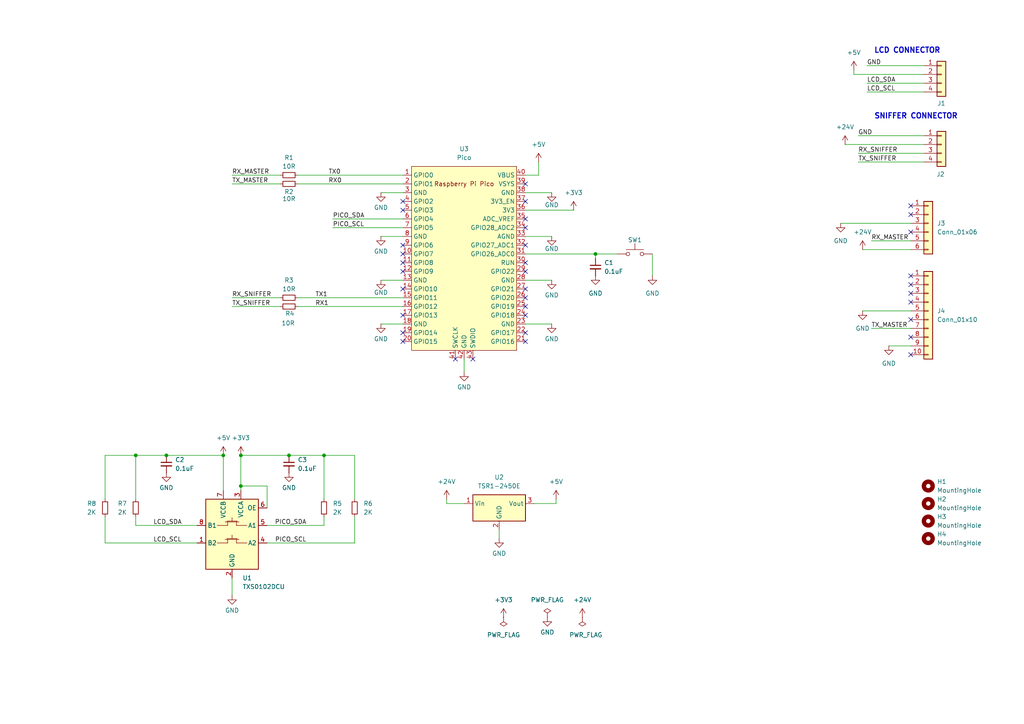
<source format=kicad_sch>
(kicad_sch (version 20240620) (generator "eeschema") (generator_version "8.99")
  (paper "A4")
  (title_block (date "2024-08-26"))
  (lib_symbols
    (symbol "Connector_Generic:Conn_01x04" (pin_names (offset 1.016) hide)
      (property "Reference" "J" (at 0 5.08 0))
      (property "Value" "Conn_01x04" (at 0 -7.62 0))
      (symbol "Conn_01x04_1_1"
        (rectangle (start -1.27 3.81) (end 1.27 -6.35) (stroke (width 0.254)) (fill (type background)))
        (rectangle (start -1.27 2.667) (end 0 2.413) (stroke (width 0.1524)))
        (rectangle (start -1.27 0.127) (end 0 -0.127) (stroke (width 0.1524)))
        (rectangle (start -1.27 -2.413) (end 0 -2.667) (stroke (width 0.1524)))
        (rectangle (start -1.27 -4.953) (end 0 -5.207) (stroke (width 0.1524)))
        (pin passive line (at -5.08 2.54 0) (length 3.81) (name "Pin_1") (number "1"))
        (pin passive line (at -5.08 0 0) (length 3.81) (name "Pin_2") (number "2"))
        (pin passive line (at -5.08 -2.54 0) (length 3.81) (name "Pin_3") (number "3"))
        (pin passive line (at -5.08 -5.08 0) (length 3.81) (name "Pin_4") (number "4"))
      )
    )
    (symbol "Connector_Generic:Conn_01x06" (pin_names (offset 1.016) hide)
      (property "Reference" "J" (at 0 7.62 0))
      (property "Value" "Conn_01x06" (at 0 -10.16 0))
      (symbol "Conn_01x06_1_1"
        (rectangle (start -1.27 6.35) (end 1.27 -8.89) (stroke (width 0.254)) (fill (type background)))
        (rectangle (start -1.27 5.207) (end 0 4.953) (stroke (width 0.1524)))
        (rectangle (start -1.27 2.667) (end 0 2.413) (stroke (width 0.1524)))
        (rectangle (start -1.27 0.127) (end 0 -0.127) (stroke (width 0.1524)))
        (rectangle (start -1.27 -2.413) (end 0 -2.667) (stroke (width 0.1524)))
        (rectangle (start -1.27 -4.953) (end 0 -5.207) (stroke (width 0.1524)))
        (rectangle (start -1.27 -7.493) (end 0 -7.747) (stroke (width 0.1524)))
        (pin passive line (at -5.08 5.08 0) (length 3.81) (name "Pin_1") (number "1"))
        (pin passive line (at -5.08 2.54 0) (length 3.81) (name "Pin_2") (number "2"))
        (pin passive line (at -5.08 0 0) (length 3.81) (name "Pin_3") (number "3"))
        (pin passive line (at -5.08 -2.54 0) (length 3.81) (name "Pin_4") (number "4"))
        (pin passive line (at -5.08 -5.08 0) (length 3.81) (name "Pin_5") (number "5"))
        (pin passive line (at -5.08 -7.62 0) (length 3.81) (name "Pin_6") (number "6"))
      )
    )
    (symbol "Connector_Generic:Conn_01x10" (pin_names (offset 1.016) hide)
      (property "Reference" "J" (at 0 12.7 0))
      (property "Value" "Conn_01x10" (at 0 -15.24 0))
      (symbol "Conn_01x10_1_1"
        (rectangle (start -1.27 11.43) (end 1.27 -13.97) (stroke (width 0.254)) (fill (type background)))
        (rectangle (start -1.27 10.287) (end 0 10.033) (stroke (width 0.1524)))
        (rectangle (start -1.27 7.747) (end 0 7.493) (stroke (width 0.1524)))
        (rectangle (start -1.27 5.207) (end 0 4.953) (stroke (width 0.1524)))
        (rectangle (start -1.27 2.667) (end 0 2.413) (stroke (width 0.1524)))
        (rectangle (start -1.27 0.127) (end 0 -0.127) (stroke (width 0.1524)))
        (rectangle (start -1.27 -2.413) (end 0 -2.667) (stroke (width 0.1524)))
        (rectangle (start -1.27 -4.953) (end 0 -5.207) (stroke (width 0.1524)))
        (rectangle (start -1.27 -7.493) (end 0 -7.747) (stroke (width 0.1524)))
        (rectangle (start -1.27 -10.033) (end 0 -10.287) (stroke (width 0.1524)))
        (rectangle (start -1.27 -12.573) (end 0 -12.827) (stroke (width 0.1524)))
        (pin passive line (at -5.08 10.16 0) (length 3.81) (name "Pin_1") (number "1"))
        (pin passive line (at -5.08 7.62 0) (length 3.81) (name "Pin_2") (number "2"))
        (pin passive line (at -5.08 5.08 0) (length 3.81) (name "Pin_3") (number "3"))
        (pin passive line (at -5.08 2.54 0) (length 3.81) (name "Pin_4") (number "4"))
        (pin passive line (at -5.08 0 0) (length 3.81) (name "Pin_5") (number "5"))
        (pin passive line (at -5.08 -2.54 0) (length 3.81) (name "Pin_6") (number "6"))
        (pin passive line (at -5.08 -5.08 0) (length 3.81) (name "Pin_7") (number "7"))
        (pin passive line (at -5.08 -7.62 0) (length 3.81) (name "Pin_8") (number "8"))
        (pin passive line (at -5.08 -10.16 0) (length 3.81) (name "Pin_9") (number "9"))
        (pin passive line (at -5.08 -12.7 0) (length 3.81) (name "Pin_10") (number "10"))
      )
    )
    (symbol "Device:C_Small" (pin_numbers hide) (pin_names (offset 0.254) hide)
      (property "Reference" "C" (at 0.254 1.778 0))
      (property "Value" "C_Small" (at 0.254 -2.032 0))
      (symbol "C_Small_0_1"
        (polyline (pts (xy -1.524 0.508) (xy 1.524 0.508)) (stroke (width 0.3048)))
        (polyline (pts (xy -1.524 -0.508) (xy 1.524 -0.508)) (stroke (width 0.3302)))
      )
      (symbol "C_Small_1_1"
        (pin passive line (at 0 2.54 270) (length 2.032) (name "~") (number "1"))
        (pin passive line (at 0 -2.54 90) (length 2.032) (name "~") (number "2"))
      )
    )
    (symbol "Device:R_Small" (pin_numbers hide) (pin_names (offset 0.254) hide)
      (property "Reference" "R" (at 0.762 0.508 0))
      (property "Value" "R_Small" (at 0.762 -1.016 0))
      (symbol "R_Small_0_1"
        (rectangle (start -0.762 1.778) (end 0.762 -1.778) (stroke (width 0.2032)))
      )
      (symbol "R_Small_1_1"
        (pin passive line (at 0 2.54 270) (length 0.762) (name "~") (number "1"))
        (pin passive line (at 0 -2.54 90) (length 0.762) (name "~") (number "2"))
      )
    )
    (symbol "Logic_LevelTranslator:TXS0102DCU"
      (property "Reference" "U" (at -6.35 11.43 0))
      (property "Value" "TXS0102DCU" (at 3.81 11.43 0))
      (symbol "TXS0102DCU_0_1"
        (rectangle (start -7.62 10.16) (end 7.62 -10.16) (stroke (width 0.254)) (fill (type background)))
        (polyline (pts (xy -4.318 -2.54) (xy -1.27 -2.54)))
        (polyline (pts (xy -2.032 -1.524) (xy 2.032 -1.524)))
        (polyline (pts (xy -1.524 -1.27) (xy 1.524 -1.27)))
        (polyline (pts (xy -1.27 -2.54) (xy -1.27 -1.524)))
        (polyline (pts (xy 0 -1.27) (xy 0 -0.254)))
        (polyline (pts (xy 1.27 -2.54) (xy 1.27 -1.524)))
        (polyline (pts (xy 4.318 -2.54) (xy 1.27 -2.54)))
      )
      (symbol "TXS0102DCU_1_1"
        (polyline (pts (xy -4.318 2.54) (xy -1.27 2.54)))
        (polyline (pts (xy -2.032 3.556) (xy 2.032 3.556)))
        (polyline (pts (xy -1.524 3.81) (xy 1.524 3.81)))
        (polyline (pts (xy -1.27 2.54) (xy -1.27 3.556)))
        (polyline (pts (xy 0 3.81) (xy 0 4.826)))
        (polyline (pts (xy 1.27 2.54) (xy 1.27 3.556)))
        (polyline (pts (xy 4.318 2.54) (xy 1.27 2.54)))
        (pin input line (at -10.16 7.62 0) (length 2.54) (name "OE") (number "6"))
        (pin bidirectional line (at -10.16 2.54 0) (length 2.54) (name "A1") (number "5"))
        (pin bidirectional line (at -10.16 -2.54 0) (length 2.54) (name "A2") (number "4"))
        (pin power_in line (at -2.54 12.7 270) (length 2.54) (name "VCCA") (number "3"))
        (pin power_in line (at 0 -12.7 90) (length 2.54) (name "GND") (number "2"))
        (pin power_in line (at 2.54 12.7 270) (length 2.54) (name "VCCB") (number "7"))
        (pin bidirectional line (at 10.16 2.54 180) (length 2.54) (name "B1") (number "8"))
        (pin bidirectional line (at 10.16 -2.54 180) (length 2.54) (name "B2") (number "1"))
      )
    )
    (symbol "Mechanical:MountingHole" (pin_names (offset 1.016)) (exclude_from_sim yes) (in_bom no)
      (property "Reference" "H" (at 0 5.08 0))
      (property "Value" "MountingHole" (at 0 3.175 0))
      (symbol "MountingHole_0_1"
        (circle (center 0 0) (radius 1.27) (stroke (width 1.27)))
      )
    )
    (symbol "My Libraries:Raspberry Pi Pico Module"
      (property "Reference" "U" (at -13.97 27.94 0))
      (property "Value" "Pico" (at 0 19.05 0))
      (symbol "Raspberry Pi Pico Module_0_0"
        (text "Raspberry Pi Pico" (at 0 21.59 0) (effects (font (size 1.27 1.27))))
      )
      (symbol "Raspberry Pi Pico Module_0_1"
        (rectangle (start -15.24 26.67) (end 15.24 -26.67) (fill (type background)))
      )
      (symbol "Raspberry Pi Pico Module_1_1"
        (pin bidirectional line (at -17.78 24.13 0) (length 2.54) (name "GPIO0") (number "1"))
        (pin bidirectional line (at -17.78 21.59 0) (length 2.54) (name "GPIO1") (number "2"))
        (pin power_in line (at -17.78 19.05 0) (length 2.54) (name "GND") (number "3"))
        (pin bidirectional line (at -17.78 16.51 0) (length 2.54) (name "GPIO2") (number "4"))
        (pin bidirectional line (at -17.78 13.97 0) (length 2.54) (name "GPIO3") (number "5"))
        (pin bidirectional line (at -17.78 11.43 0) (length 2.54) (name "GPIO4") (number "6"))
        (pin bidirectional line (at -17.78 8.89 0) (length 2.54) (name "GPIO5") (number "7"))
        (pin power_in line (at -17.78 6.35 0) (length 2.54) (name "GND") (number "8"))
        (pin bidirectional line (at -17.78 3.81 0) (length 2.54) (name "GPIO6") (number "9"))
        (pin bidirectional line (at -17.78 1.27 0) (length 2.54) (name "GPIO7") (number "10"))
        (pin bidirectional line (at -17.78 -1.27 0) (length 2.54) (name "GPIO8") (number "11"))
        (pin bidirectional line (at -17.78 -3.81 0) (length 2.54) (name "GPIO9") (number "12"))
        (pin power_in line (at -17.78 -6.35 0) (length 2.54) (name "GND") (number "13"))
        (pin bidirectional line (at -17.78 -8.89 0) (length 2.54) (name "GPIO10") (number "14"))
        (pin bidirectional line (at -17.78 -11.43 0) (length 2.54) (name "GPIO11") (number "15"))
        (pin bidirectional line (at -17.78 -13.97 0) (length 2.54) (name "GPIO12") (number "16"))
        (pin bidirectional line (at -17.78 -16.51 0) (length 2.54) (name "GPIO13") (number "17"))
        (pin power_in line (at -17.78 -19.05 0) (length 2.54) (name "GND") (number "18"))
        (pin bidirectional line (at -17.78 -21.59 0) (length 2.54) (name "GPIO14") (number "19"))
        (pin bidirectional line (at -17.78 -24.13 0) (length 2.54) (name "GPIO15") (number "20"))
        (pin input line (at -2.54 -29.21 90) (length 2.54) (name "SWCLK") (number "41"))
        (pin power_in line (at 0 -29.21 90) (length 2.54) (name "GND") (number "42"))
        (pin bidirectional line (at 2.54 -29.21 90) (length 2.54) (name "SWDIO") (number "43"))
        (pin power_in line (at 17.78 24.13 180) (length 2.54) (name "VBUS") (number "40"))
        (pin power_in line (at 17.78 21.59 180) (length 2.54) (name "VSYS") (number "39"))
        (pin power_in line (at 17.78 19.05 180) (length 2.54) (name "GND") (number "38"))
        (pin input line (at 17.78 16.51 180) (length 2.54) (name "3V3_EN") (number "37"))
        (pin power_in line (at 17.78 13.97 180) (length 2.54) (name "3V3") (number "36"))
        (pin power_in line (at 17.78 11.43 180) (length 2.54) (name "ADC_VREF") (number "35"))
        (pin bidirectional line (at 17.78 8.89 180) (length 2.54) (name "GPIO28_ADC2") (number "34"))
        (pin power_in line (at 17.78 6.35 180) (length 2.54) (name "AGND") (number "33"))
        (pin bidirectional line (at 17.78 3.81 180) (length 2.54) (name "GPIO27_ADC1") (number "32"))
        (pin bidirectional line (at 17.78 1.27 180) (length 2.54) (name "GPIO26_ADC0") (number "31"))
        (pin input line (at 17.78 -1.27 180) (length 2.54) (name "RUN") (number "30"))
        (pin bidirectional line (at 17.78 -3.81 180) (length 2.54) (name "GPIO22") (number "29"))
        (pin power_in line (at 17.78 -6.35 180) (length 2.54) (name "GND") (number "28"))
        (pin bidirectional line (at 17.78 -8.89 180) (length 2.54) (name "GPIO21") (number "27"))
        (pin bidirectional line (at 17.78 -11.43 180) (length 2.54) (name "GPIO20") (number "26"))
        (pin bidirectional line (at 17.78 -13.97 180) (length 2.54) (name "GPIO19") (number "25"))
        (pin bidirectional line (at 17.78 -16.51 180) (length 2.54) (name "GPIO18") (number "24"))
        (pin power_in line (at 17.78 -19.05 180) (length 2.54) (name "GND") (number "23"))
        (pin bidirectional line (at 17.78 -21.59 180) (length 2.54) (name "GPIO17") (number "22"))
        (pin bidirectional line (at 17.78 -24.13 180) (length 2.54) (name "GPIO16") (number "21"))
      )
    )
    (symbol "Regulator_Switching:TSR1-2450E"
      (property "Reference" "U" (at -7.62 6.35 0))
      (property "Value" "TSR1-2450E" (at -3.81 6.35 0))
      (symbol "TSR1-2450E_0_1"
        (rectangle (start -7.62 5.08) (end 7.62 -2.54) (stroke (width 0.254)) (fill (type background)))
      )
      (symbol "TSR1-2450E_1_1"
        (pin power_in line (at -10.16 2.54 0) (length 2.54) (name "Vin") (number "1"))
        (pin power_in line (at 0 -5.08 90) (length 2.54) (name "GND") (number "2"))
        (pin power_out line (at 10.16 2.54 180) (length 2.54) (name "Vout") (number "3"))
      )
    )
    (symbol "Switch:SW_Push" (pin_numbers hide) (pin_names (offset 1.016) hide)
      (property "Reference" "SW" (at 1.27 2.54 0))
      (property "Value" "SW_Push" (at 0 -1.524 0))
      (symbol "SW_Push_0_1"
        (circle (center -2.032 0) (radius 0.508))
        (polyline (pts (xy 0 1.27) (xy 0 3.048)))
        (circle (center 2.032 0) (radius 0.508))
        (polyline (pts (xy 2.54 1.27) (xy -2.54 1.27)))
        (pin passive line (at -5.08 0 0) (length 2.54) (name "1") (number "1"))
        (pin passive line (at 5.08 0 180) (length 2.54) (name "2") (number "2"))
      )
    )
    (symbol "power:+24V" (power) (pin_numbers hide) (pin_names (offset 0) hide)
      (property "Value" "+24V" (at 0 3.556 0))
      (symbol "+24V_0_1"
        (polyline (pts (xy -0.762 1.27) (xy 0 2.54)))
        (polyline (pts (xy 0 2.54) (xy 0.762 1.27)))
        (polyline (pts (xy 0 0) (xy 0 2.54)))
      )
      (symbol "+24V_1_1"
        (pin power_in line (at 0 0 90) (length 0) (name "~") (number "1"))
      )
    )
    (symbol "power:+3V3" (power) (pin_numbers hide) (pin_names (offset 0) hide)
      (property "Value" "+3V3" (at 0 3.556 0))
      (symbol "+3V3_0_1"
        (polyline (pts (xy -0.762 1.27) (xy 0 2.54)))
        (polyline (pts (xy 0 2.54) (xy 0.762 1.27)))
        (polyline (pts (xy 0 0) (xy 0 2.54)))
      )
      (symbol "+3V3_1_1"
        (pin power_in line (at 0 0 90) (length 0) (name "~") (number "1"))
      )
    )
    (symbol "power:+5V" (power) (pin_numbers hide) (pin_names (offset 0) hide)
      (property "Value" "+5V" (at 0 3.556 0))
      (symbol "+5V_0_1"
        (polyline (pts (xy -0.762 1.27) (xy 0 2.54)))
        (polyline (pts (xy 0 2.54) (xy 0.762 1.27)))
        (polyline (pts (xy 0 0) (xy 0 2.54)))
      )
      (symbol "+5V_1_1"
        (pin power_in line (at 0 0 90) (length 0) (name "~") (number "1"))
      )
    )
    (symbol "power:GND" (power) (pin_numbers hide) (pin_names (offset 0) hide)
      (property "Value" "GND" (at 0 -3.81 0))
      (symbol "GND_0_1"
        (polyline (pts (xy 0 0) (xy 0 -1.27) (xy 1.27 -1.27) (xy 0 -2.54) (xy -1.27 -1.27) (xy 0 -1.27)))
      )
      (symbol "GND_1_1"
        (pin power_in line (at 0 0 270) (length 0) (name "~") (number "1"))
      )
    )
    (symbol "power:PWR_FLAG" (power) (pin_numbers hide) (pin_names (offset 0) hide)
      (property "Value" "PWR_FLAG" (at 0 3.81 0))
      (symbol "PWR_FLAG_0_0"
        (pin power_out line (at 0 0 90) (length 0) (name "~") (number "1"))
      )
      (symbol "PWR_FLAG_0_1"
        (polyline (pts (xy 0 0) (xy 0 1.27) (xy -1.016 1.905) (xy 0 2.54) (xy 1.016 1.905) (xy 0 1.27)))
      )
    )
  )
  (text "SNIFFER CONNECTOR" (at 265.684 33.782 0) (effects (font (size 1.524 1.524) (thickness 0.3048) (bold yes))))
  (text "LCD CONNECTOR" (at 263.144 14.732 0) (effects (font (size 1.524 1.524) (thickness 0.3048) (bold yes))))
  (junction (at 83.82 132.08))
  (junction (at 48.26 132.08))
  (junction (at 93.98 132.08))
  (junction (at 69.85 132.08))
  (junction (at 39.37 132.08))
  (junction (at 69.85 140.97))
  (junction (at 64.77 132.08))
  (junction (at 172.72 73.66))
  (no_connect (at 116.84 71.12))
  (no_connect (at 152.4 66.04))
  (no_connect (at 152.4 99.06))
  (no_connect (at 152.4 96.52))
  (no_connect (at 264.16 87.63))
  (no_connect (at 137.16 104.14))
  (no_connect (at 152.4 71.12))
  (no_connect (at 116.84 91.44))
  (no_connect (at 116.84 99.06))
  (no_connect (at 264.16 62.23))
  (no_connect (at 116.84 73.66))
  (no_connect (at 264.16 59.69))
  (no_connect (at 264.16 102.87))
  (no_connect (at 152.4 76.2))
  (no_connect (at 152.4 91.44))
  (no_connect (at 264.16 80.01))
  (no_connect (at 264.16 92.71))
  (no_connect (at 152.4 58.42))
  (no_connect (at 116.84 96.52))
  (no_connect (at 116.84 83.82))
  (no_connect (at 264.16 97.79))
  (no_connect (at 116.84 60.96))
  (no_connect (at 264.16 85.09))
  (no_connect (at 152.4 53.34))
  (no_connect (at 152.4 88.9))
  (no_connect (at 152.4 86.36))
  (no_connect (at 116.84 76.2))
  (no_connect (at 264.16 67.31))
  (no_connect (at 152.4 83.82))
  (no_connect (at 116.84 78.74))
  (no_connect (at 264.16 82.55))
  (no_connect (at 116.84 58.42))
  (no_connect (at 152.4 78.74))
  (no_connect (at 152.4 63.5))
  (no_connect (at 132.08 104.14))
  (wire (pts (xy 69.85 140.97) (xy 69.85 142.24)))
  (wire (pts (xy 267.97 24.13) (xy 251.46 24.13)))
  (wire (pts (xy 64.77 132.08) (xy 64.77 142.24)))
  (wire (pts (xy 86.36 50.8) (xy 116.84 50.8)))
  (wire (pts (xy 96.52 66.04) (xy 116.84 66.04)))
  (wire (pts (xy 86.36 53.34) (xy 116.84 53.34)))
  (wire (pts (xy 30.48 132.08) (xy 39.37 132.08)))
  (wire (pts (xy 243.84 64.77) (xy 264.16 64.77)))
  (wire (pts (xy 172.72 73.66) (xy 172.72 74.93)))
  (wire (pts (xy 86.36 86.36) (xy 116.84 86.36)))
  (wire (pts (xy 69.85 132.08) (xy 69.85 140.97)))
  (wire (pts (xy 77.47 152.4) (xy 93.98 152.4)))
  (wire (pts (xy 129.54 146.05) (xy 134.62 146.05)))
  (wire (pts (xy 77.47 147.32) (xy 77.47 140.97)))
  (wire (pts (xy 67.31 167.64) (xy 67.31 172.72)))
  (wire (pts (xy 39.37 152.4) (xy 57.15 152.4)))
  (wire (pts (xy 152.4 93.98) (xy 160.02 93.98)))
  (wire (pts (xy 30.48 157.48) (xy 30.48 149.86)))
  (wire (pts (xy 30.48 157.48) (xy 57.15 157.48)))
  (wire (pts (xy 152.4 50.8) (xy 156.21 50.8)))
  (wire (pts (xy 156.21 46.99) (xy 156.21 50.8)))
  (wire (pts (xy 267.97 26.67) (xy 251.46 26.67)))
  (wire (pts (xy 248.92 44.45) (xy 267.97 44.45)))
  (wire (pts (xy 144.78 153.67) (xy 144.78 156.21)))
  (wire (pts (xy 172.72 73.66) (xy 179.07 73.66)))
  (wire (pts (xy 257.81 100.33) (xy 264.16 100.33)))
  (wire (pts (xy 154.94 146.05) (xy 161.29 146.05)))
  (wire (pts (xy 67.31 53.34) (xy 81.28 53.34)))
  (wire (pts (xy 152.4 55.88) (xy 160.02 55.88)))
  (wire (pts (xy 83.82 132.08) (xy 69.85 132.08)))
  (wire (pts (xy 161.29 144.78) (xy 161.29 146.05)))
  (wire (pts (xy 67.31 86.36) (xy 81.28 86.36)))
  (wire (pts (xy 102.87 132.08) (xy 93.98 132.08)))
  (wire (pts (xy 152.4 81.28) (xy 160.02 81.28)))
  (wire (pts (xy 264.16 90.17) (xy 250.19 90.17)))
  (wire (pts (xy 152.4 60.96) (xy 166.37 60.96)))
  (wire (pts (xy 77.47 140.97) (xy 69.85 140.97)))
  (wire (pts (xy 116.84 68.58) (xy 110.49 68.58)))
  (wire (pts (xy 86.36 88.9) (xy 116.84 88.9)))
  (wire (pts (xy 250.19 72.39) (xy 264.16 72.39)))
  (wire (pts (xy 152.4 73.66) (xy 172.72 73.66)))
  (wire (pts (xy 264.16 69.85) (xy 252.73 69.85)))
  (wire (pts (xy 129.54 146.05) (xy 129.54 144.78)))
  (wire (pts (xy 110.49 93.98) (xy 116.84 93.98)))
  (wire (pts (xy 77.47 157.48) (xy 102.87 157.48)))
  (wire (pts (xy 93.98 149.86) (xy 93.98 152.4)))
  (wire (pts (xy 93.98 132.08) (xy 93.98 144.78)))
  (wire (pts (xy 67.31 50.8) (xy 81.28 50.8)))
  (wire (pts (xy 39.37 132.08) (xy 39.37 144.78)))
  (wire (pts (xy 39.37 149.86) (xy 39.37 152.4)))
  (wire (pts (xy 110.49 55.88) (xy 116.84 55.88)))
  (wire (pts (xy 39.37 132.08) (xy 48.26 132.08)))
  (wire (pts (xy 252.73 95.25) (xy 264.16 95.25)))
  (wire (pts (xy 30.48 132.08) (xy 30.48 144.78)))
  (wire (pts (xy 267.97 19.05) (xy 251.46 19.05)))
  (wire (pts (xy 247.65 20.32) (xy 247.65 21.59)))
  (wire (pts (xy 152.4 68.58) (xy 160.02 68.58)))
  (wire (pts (xy 93.98 132.08) (xy 83.82 132.08)))
  (wire (pts (xy 248.92 46.99) (xy 267.97 46.99)))
  (wire (pts (xy 247.65 21.59) (xy 267.97 21.59)))
  (wire (pts (xy 102.87 157.48) (xy 102.87 149.86)))
  (wire (pts (xy 134.62 104.14) (xy 134.62 107.95)))
  (wire (pts (xy 189.23 80.01) (xy 189.23 73.66)))
  (wire (pts (xy 102.87 132.08) (xy 102.87 144.78)))
  (wire (pts (xy 245.11 41.91) (xy 267.97 41.91)))
  (wire (pts (xy 48.26 132.08) (xy 64.77 132.08)))
  (wire (pts (xy 248.92 39.37) (xy 267.97 39.37)))
  (wire (pts (xy 67.31 88.9) (xy 81.28 88.9)))
  (wire (pts (xy 116.84 81.28) (xy 110.49 81.28)))
  (wire (pts (xy 96.52 63.5) (xy 116.84 63.5)))
  (label "PICO_SDA" (at 88.9 152.4 180))
  (label "LCD_SDA" (at 251.46 24.13 0))
  (label "TX_SNIFFER" (at 67.31 88.9 0))
  (label "TX0" (at 95.25 50.8 0))
  (label "TX1" (at 91.44 86.36 0))
  (label "RX_SNIFFER" (at 248.92 44.45 0))
  (label "PICO_SDA" (at 96.52 63.5 0))
  (label "RX_MASTER" (at 252.73 69.85 0))
  (label "RX_SNIFFER" (at 67.31 86.36 0))
  (label "RX1" (at 91.44 88.9 0))
  (label "TX_MASTER" (at 67.31 53.34 0))
  (label "GND" (at 251.46 19.05 0))
  (label "TX_MASTER" (at 252.73 95.25 0))
  (label "GND" (at 248.92 39.37 0))
  (label "LCD_SDA" (at 44.45 152.4 0))
  (label "PICO_SCL" (at 88.9 157.48 180))
  (label "PICO_SCL" (at 96.52 66.04 0))
  (label "LCD_SCL" (at 44.45 157.48 0))
  (label "RX0" (at 95.25 53.34 0))
  (label "TX_SNIFFER" (at 248.92 46.99 0))
  (label "RX_MASTER" (at 67.31 50.8 0))
  (label "LCD_SCL" (at 251.46 26.67 0))
  (symbol (lib_id "Mechanical:MountingHole") (at 269.24 156.21 0) (unit 1) (exclude_from_sim yes) (in_bom no)
    (property "Reference" "H4" (at 271.78 154.9399 0) (effects (justify left)))
    (property "Value" "MountingHole" (at 271.78 157.4799 0) (effects (justify left)))
    (property "Footprint" "MountingHole:MountingHole_3.2mm_M3_ISO14580" (effects (hide yes)))
    (property "Description" "Mounting Hole without connection" (effects (hide yes)))
  )
  (symbol (lib_id "power:GND") (at 83.82 137.16 0) (unit 1)
    (property "Reference" "#PWR026" (effects (hide yes)))
    (property "Value" "GND" (at 83.82 141.478 0))
    (property "Description" "Power symbol creates a global label with name \"GND\" , ground" (effects (hide yes)))
  )
  (symbol (lib_id "Device:C_Small") (at 172.72 77.47 0) (unit 1)
    (property "Reference" "C1" (at 175.26 76.2062 0) (effects (justify left)))
    (property "Value" "0.1uF" (at 175.26 78.7462 0) (effects (justify left)))
    (property "Footprint" "Capacitor_SMD:C_0603_1608Metric" (effects (hide yes)))
    (property "Description" "Unpolarized capacitor, small symbol" (effects (hide yes)))
  )
  (symbol (lib_id "power:GND") (at 160.02 93.98 0) (unit 1)
    (property "Reference" "#PWR023" (effects (hide yes)))
    (property "Value" "GND" (at 160.02 98.298 0))
    (property "Description" "Power symbol creates a global label with name \"GND\" , ground" (effects (hide yes)))
  )
  (symbol (lib_id "power:+3V3") (at 69.85 132.08 0) (unit 1)
    (property "Reference" "#PWR028" (effects (hide yes)))
    (property "Value" "+3V3" (at 69.85 127 0))
    (property "Description" "Power symbol creates a global label with name \"+3V3\"" (effects (hide yes)))
  )
  (symbol (lib_id "Connector_Generic:Conn_01x04") (at 273.05 41.91 0) (unit 1)
    (property "Reference" "J2" (at 272.796 50.546 0))
    (property "Value" "Conn_01x04" (effects (hide yes)))
    (property "Footprint" "Connector_PinHeader_2.54mm:PinHeader_1x04_P2.54mm_Vertical" (effects (hide yes)))
    (property "Description" "Generic connector, single row, 01x04, script generated (kicad-library-utils/schlib/autogen/connector/)" (effects (hide yes)))
  )
  (symbol (lib_id "Regulator_Switching:TSR1-2450E") (at 144.78 148.59 0) (unit 1)
    (property "Reference" "U2" (at 144.78 138.43 0))
    (property "Value" "TSR1-2450E" (at 144.78 140.97 0))
    (property "Footprint" "Converter_DCDC:Converter_DCDC_TRACO_TSR1-xxxxE_THT" (effects (hide yes)))
    (property "Datasheet" "https://www.tracopower.com/products/tsr1e.pdf" (effects (hide yes)))
    (property "Description" "1A step-down regulator, fixed 5V output voltage, 7-36V input voltage, TO-220 compatible LM78xx replacement" (effects (hide yes)))
  )
  (symbol (lib_id "Device:R_Small") (at 93.98 147.32 180) (unit 1)
    (property "Reference" "R5" (at 96.52 146.0499 0) (effects (justify right)))
    (property "Value" "2K" (at 96.52 148.5899 0) (effects (justify right)))
    (property "Footprint" "Resistor_SMD:R_0603_1608Metric" (effects (hide yes)))
    (property "Description" "Resistor, small symbol" (effects (hide yes)))
  )
  (symbol (lib_id "power:+3V3") (at 166.37 60.96 0) (unit 1)
    (property "Reference" "#PWR027" (effects (hide yes)))
    (property "Value" "+3V3" (at 166.37 55.88 0))
    (property "Description" "Power symbol creates a global label with name \"+3V3\"" (effects (hide yes)))
  )
  (symbol (lib_id "power:GND") (at 160.02 55.88 0) (unit 1)
    (property "Reference" "#PWR020" (effects (hide yes)))
    (property "Value" "GND" (at 160.02 59.436 0))
    (property "Description" "Power symbol creates a global label with name \"GND\" , ground" (effects (hide yes)))
  )
  (symbol (lib_id "power:PWR_FLAG") (at 168.91 179.07 180) (unit 1)
    (property "Reference" "#FLG05" (effects (hide yes)))
    (property "Value" "PWR_FLAG" (at 165.1 184.15 0) (effects (justify right)))
    (property "Description" "Special symbol for telling ERC where power comes from" (effects (hide yes)))
  )
  (symbol (lib_id "power:+5V") (at 156.21 46.99 0) (unit 1)
    (property "Reference" "#PWR013" (effects (hide yes)))
    (property "Value" "+5V" (at 156.21 41.91 0))
    (property "Description" "Power symbol creates a global label with name \"+5V\"" (effects (hide yes)))
  )
  (symbol (lib_id "Device:R_Small") (at 102.87 147.32 180) (unit 1)
    (property "Reference" "R6" (at 105.41 146.0499 0) (effects (justify right)))
    (property "Value" "2K" (at 105.41 148.5899 0) (effects (justify right)))
    (property "Footprint" "Resistor_SMD:R_0603_1608Metric" (effects (hide yes)))
    (property "Description" "Resistor, small symbol" (effects (hide yes)))
  )
  (symbol (lib_id "power:GND") (at 48.26 137.16 0) (unit 1)
    (property "Reference" "#PWR025" (effects (hide yes)))
    (property "Value" "GND" (at 48.26 141.478 0))
    (property "Description" "Power symbol creates a global label with name \"GND\" , ground" (effects (hide yes)))
  )
  (symbol (lib_id "power:GND") (at 189.23 80.01 0) (unit 1)
    (property "Reference" "#PWR012" (effects (hide yes)))
    (property "Value" "GND" (at 189.23 85.09 0))
    (property "Description" "Power symbol creates a global label with name \"GND\" , ground" (effects (hide yes)))
  )
  (symbol (lib_id "power:GND") (at 160.02 68.58 0) (unit 1)
    (property "Reference" "#PWR021" (effects (hide yes)))
    (property "Value" "GND" (at 160.02 72.136 0))
    (property "Description" "Power symbol creates a global label with name \"GND\" , ground" (effects (hide yes)))
  )
  (symbol (lib_id "Device:R_Small") (at 39.37 147.32 0) (mirror x) (unit 1)
    (property "Reference" "R7" (at 36.83 146.0499 0) (effects (justify right)))
    (property "Value" "2K" (at 36.83 148.5899 0) (effects (justify right)))
    (property "Footprint" "Resistor_SMD:R_0603_1608Metric" (effects (hide yes)))
    (property "Description" "Resistor, small symbol" (effects (hide yes)))
  )
  (symbol (lib_id "Device:C_Small") (at 83.82 134.62 0) (unit 1)
    (property "Reference" "C3" (at 86.36 133.3562 0) (effects (justify left)))
    (property "Value" "0.1uF" (at 86.36 135.8962 0) (effects (justify left)))
    (property "Footprint" "Capacitor_SMD:C_0603_1608Metric" (effects (hide yes)))
    (property "Description" "Unpolarized capacitor, small symbol" (effects (hide yes)))
  )
  (symbol (lib_id "Device:R_Small") (at 83.82 50.8 90) (unit 1)
    (property "Reference" "R1" (at 83.82 45.72 90))
    (property "Value" "10R" (at 83.82 48.26 90))
    (property "Footprint" "Resistor_SMD:R_0603_1608Metric" (effects (hide yes)))
    (property "Description" "Resistor, small symbol" (effects (hide yes)))
  )
  (symbol (lib_id "power:GND") (at 110.49 81.28 0) (unit 1)
    (property "Reference" "#PWR017" (effects (hide yes)))
    (property "Value" "GND" (at 110.49 84.836 0))
    (property "Description" "Power symbol creates a global label with name \"GND\" , ground" (effects (hide yes)))
  )
  (symbol (lib_id "power:+24V") (at 168.91 179.07 0) (unit 1)
    (property "Reference" "#PWR08" (effects (hide yes)))
    (property "Value" "+24V" (at 168.91 173.99 0))
    (property "Description" "Power symbol creates a global label with name \"+24V\"" (effects (hide yes)))
  )
  (symbol (lib_id "Device:R_Small") (at 83.82 53.34 90) (unit 1)
    (property "Reference" "R2" (at 83.82 55.626 90))
    (property "Value" "10R" (at 83.82 57.658 90))
    (property "Footprint" "Resistor_SMD:R_0603_1608Metric" (effects (hide yes)))
    (property "Description" "Resistor, small symbol" (effects (hide yes)))
  )
  (symbol (lib_id "Logic_LevelTranslator:TXS0102DCU") (at 67.31 154.94 0) (mirror y) (unit 1)
    (property "Reference" "U1" (at 70.3265 167.64 0) (effects (justify right)))
    (property "Value" "TXS0102DCU" (at 70.3265 170.18 0) (effects (justify right)))
    (property "Footprint" "My Footprints:Package_SO_VSSOP-8_P0.5mm" (effects (hide yes)))
    (property "Datasheet" "http://www.ti.com/lit/gpn/txs0102" (effects (hide yes)))
    (property "Description" "2-Bit Bidirectional Voltage-Level Shifter for Open-Drain and Push-Pull Application, VSSOP-8" (effects (hide yes)))
  )
  (symbol (lib_id "power:+5V") (at 161.29 144.78 0) (unit 1)
    (property "Reference" "#PWR010" (effects (hide yes)))
    (property "Value" "+5V" (at 161.29 139.7 0))
    (property "Description" "Power symbol creates a global label with name \"+5V\"" (effects (hide yes)))
  )
  (symbol (lib_id "power:+3V3") (at 146.05 179.07 0) (unit 1)
    (property "Reference" "#PWR01" (effects (hide yes)))
    (property "Value" "+3V3" (at 146.05 173.99 0))
    (property "Description" "Power symbol creates a global label with name \"+3V3\"" (effects (hide yes)))
  )
  (symbol (lib_id "power:GND") (at 160.02 81.28 0) (unit 1)
    (property "Reference" "#PWR022" (effects (hide yes)))
    (property "Value" "GND" (at 160.02 85.598 0))
    (property "Description" "Power symbol creates a global label with name \"GND\" , ground" (effects (hide yes)))
  )
  (symbol (lib_id "power:+24V") (at 250.19 72.39 0) (unit 1)
    (property "Reference" "#PWR05" (effects (hide yes)))
    (property "Value" "+24V" (at 250.19 67.31 0))
    (property "Description" "Power symbol creates a global label with name \"+24V\"" (effects (hide yes)))
  )
  (symbol (lib_id "Connector_Generic:Conn_01x10") (at 269.24 90.17 0) (unit 1)
    (property "Reference" "J4" (at 271.78 90.1699 0) (effects (justify left)))
    (property "Value" "Conn_01x10" (at 271.78 92.7099 0) (effects (justify left)))
    (property "Footprint" "Connector_Molex:Molex_Mini-Fit_Jr_5569-10A2_2x05_P4.20mm_Horizontal" (effects (hide yes)))
    (property "Description" "Generic connector, single row, 01x10, script generated (kicad-library-utils/schlib/autogen/connector/)" (effects (hide yes)))
  )
  (symbol (lib_id "power:GND") (at 158.75 179.07 0) (unit 1)
    (property "Reference" "#PWR02" (effects (hide yes)))
    (property "Value" "GND" (at 158.75 183.388 0))
    (property "Description" "Power symbol creates a global label with name \"GND\" , ground" (effects (hide yes)))
  )
  (symbol (lib_id "Mechanical:MountingHole") (at 269.24 151.13 0) (unit 1) (exclude_from_sim yes) (in_bom no)
    (property "Reference" "H3" (at 271.78 149.8599 0) (effects (justify left)))
    (property "Value" "MountingHole" (at 271.78 152.3999 0) (effects (justify left)))
    (property "Footprint" "MountingHole:MountingHole_3.2mm_M3_ISO14580" (effects (hide yes)))
    (property "Description" "Mounting Hole without connection" (effects (hide yes)))
  )
  (symbol (lib_id "power:GND") (at 110.49 55.88 0) (unit 1)
    (property "Reference" "#PWR019" (effects (hide yes)))
    (property "Value" "GND" (at 110.49 60.198 0))
    (property "Description" "Power symbol creates a global label with name \"GND\" , ground" (effects (hide yes)))
  )
  (symbol (lib_id "power:GND") (at 67.31 172.72 0) (unit 1)
    (property "Reference" "#PWR029" (effects (hide yes)))
    (property "Value" "GND" (at 67.31 177.038 0))
    (property "Description" "Power symbol creates a global label with name \"GND\" , ground" (effects (hide yes)))
  )
  (symbol (lib_id "Connector_Generic:Conn_01x06") (at 269.24 64.77 0) (unit 1)
    (property "Reference" "J3" (at 271.78 64.7699 0) (effects (justify left)))
    (property "Value" "Conn_01x06" (at 271.78 67.3099 0) (effects (justify left)))
    (property "Footprint" "Connector_Molex:Molex_Mini-Fit_Jr_5569-06A2_2x03_P4.20mm_Horizontal" (effects (hide yes)))
    (property "Description" "Generic connector, single row, 01x06, script generated (kicad-library-utils/schlib/autogen/connector/)" (effects (hide yes)))
  )
  (symbol (lib_id "power:GND") (at 110.49 68.58 0) (unit 1)
    (property "Reference" "#PWR018" (effects (hide yes)))
    (property "Value" "GND" (at 110.49 72.898 0))
    (property "Description" "Power symbol creates a global label with name \"GND\" , ground" (effects (hide yes)))
  )
  (symbol (lib_id "power:GND") (at 250.19 90.17 0) (unit 1)
    (property "Reference" "#PWR030" (effects (hide yes)))
    (property "Value" "GND" (at 250.19 95.25 0))
    (property "Description" "Power symbol creates a global label with name \"GND\" , ground" (effects (hide yes)))
  )
  (symbol (lib_id "power:GND") (at 257.81 100.33 0) (unit 1)
    (property "Reference" "#PWR09" (effects (hide yes)))
    (property "Value" "GND" (at 257.81 105.41 0))
    (property "Description" "Power symbol creates a global label with name \"GND\" , ground" (effects (hide yes)))
  )
  (symbol (lib_id "power:+24V") (at 245.11 41.91 0) (unit 1)
    (property "Reference" "#PWR06" (effects (hide yes)))
    (property "Value" "+24V" (at 245.11 36.83 0))
    (property "Description" "Power symbol creates a global label with name \"+24V\"" (effects (hide yes)))
  )
  (symbol (lib_id "power:GND") (at 134.62 107.95 0) (unit 1)
    (property "Reference" "#PWR03" (effects (hide yes)))
    (property "Value" "GND" (at 134.62 112.268 0))
    (property "Description" "Power symbol creates a global label with name \"GND\" , ground" (effects (hide yes)))
  )
  (symbol (lib_id "power:PWR_FLAG") (at 158.75 179.07 0) (unit 1)
    (property "Reference" "#FLG03" (effects (hide yes)))
    (property "Value" "PWR_FLAG" (at 158.75 173.99 0))
    (property "Description" "Special symbol for telling ERC where power comes from" (effects (hide yes)))
  )
  (symbol (lib_id "Device:C_Small") (at 48.26 134.62 0) (unit 1)
    (property "Reference" "C2" (at 50.8 133.3562 0) (effects (justify left)))
    (property "Value" "0.1uF" (at 50.8 135.8962 0) (effects (justify left)))
    (property "Footprint" "Capacitor_SMD:C_0603_1608Metric" (effects (hide yes)))
    (property "Description" "Unpolarized capacitor, small symbol" (effects (hide yes)))
  )
  (symbol (lib_id "Device:R_Small") (at 83.82 86.36 90) (unit 1)
    (property "Reference" "R3" (at 83.82 81.28 90))
    (property "Value" "10R" (at 83.82 83.82 90))
    (property "Footprint" "Resistor_SMD:R_0603_1608Metric" (effects (hide yes)))
    (property "Description" "Resistor, small symbol" (effects (hide yes)))
  )
  (symbol (lib_id "Mechanical:MountingHole") (at 269.24 146.05 0) (unit 1) (exclude_from_sim yes) (in_bom no)
    (property "Reference" "H2" (at 271.78 144.7799 0) (effects (justify left)))
    (property "Value" "MountingHole" (at 271.78 147.3199 0) (effects (justify left)))
    (property "Footprint" "MountingHole:MountingHole_3.2mm_M3_ISO14580" (effects (hide yes)))
    (property "Description" "Mounting Hole without connection" (effects (hide yes)))
  )
  (symbol (lib_id "Connector_Generic:Conn_01x04") (at 273.05 21.59 0) (unit 1)
    (property "Reference" "J1" (at 273.05 29.972 0))
    (property "Value" "Conn_01x04" (effects (hide yes)))
    (property "Footprint" "Connector_PinHeader_2.54mm:PinHeader_1x04_P2.54mm_Vertical" (effects (hide yes)))
    (property "Description" "Generic connector, single row, 01x04, script generated (kicad-library-utils/schlib/autogen/connector/)" (effects (hide yes)))
  )
  (symbol (lib_id "power:+5V") (at 64.77 132.08 0) (unit 1)
    (property "Reference" "#PWR014" (effects (hide yes)))
    (property "Value" "+5V" (at 64.77 127 0))
    (property "Description" "Power symbol creates a global label with name \"+5V\"" (effects (hide yes)))
  )
  (symbol (lib_id "power:+24V") (at 129.54 144.78 0) (unit 1)
    (property "Reference" "#PWR07" (effects (hide yes)))
    (property "Value" "+24V" (at 129.54 139.7 0))
    (property "Description" "Power symbol creates a global label with name \"+24V\"" (effects (hide yes)))
  )
  (symbol (lib_id "power:GND") (at 172.72 80.01 0) (unit 1)
    (property "Reference" "#PWR024" (effects (hide yes)))
    (property "Value" "GND" (at 172.72 85.09 0))
    (property "Description" "Power symbol creates a global label with name \"GND\" , ground" (effects (hide yes)))
  )
  (symbol (lib_id "power:PWR_FLAG") (at 146.05 179.07 180) (unit 1)
    (property "Reference" "#FLG04" (effects (hide yes)))
    (property "Value" "PWR_FLAG" (at 146.05 184.15 0))
    (property "Description" "Special symbol for telling ERC where power comes from" (effects (hide yes)))
  )
  (symbol (lib_id "power:GND") (at 144.78 156.21 0) (unit 1)
    (property "Reference" "#PWR04" (effects (hide yes)))
    (property "Value" "GND" (at 144.78 160.528 0))
    (property "Description" "Power symbol creates a global label with name \"GND\" , ground" (effects (hide yes)))
  )
  (symbol (lib_id "power:GND") (at 110.49 93.98 0) (unit 1)
    (property "Reference" "#PWR016" (effects (hide yes)))
    (property "Value" "GND" (at 110.49 98.298 0))
    (property "Description" "Power symbol creates a global label with name \"GND\" , ground" (effects (hide yes)))
  )
  (symbol (lib_id "My Libraries:Raspberry Pi Pico Module") (at 134.62 74.93 0) (unit 1)
    (property "Reference" "U3" (at 134.62 43.18 0))
    (property "Value" "Pico" (at 134.62 45.72 0))
    (property "Footprint" "My Footprints:RPi_Pico_SMD_TH" (effects (hide yes)))
  )
  (symbol (lib_id "Switch:SW_Push") (at 184.15 73.66 0) (unit 1)
    (property "Reference" "SW1" (at 184.15 69.596 0))
    (property "Value" "FSM14JLH" (effects (hide yes)))
    (property "Footprint" "Button_Switch_THT:SW_PUSH_6mm_H9.5mm" (effects (hide yes)))
    (property "Description" "Push button switch, generic, two pins" (effects (hide yes)))
  )
  (symbol (lib_id "Device:R_Small") (at 83.82 88.9 90) (unit 1)
    (property "Reference" "R4" (at 84.074 90.932 90))
    (property "Value" "10R" (at 83.566 93.726 90))
    (property "Footprint" "Resistor_SMD:R_0603_1608Metric" (effects (hide yes)))
    (property "Description" "Resistor, small symbol" (effects (hide yes)))
  )
  (symbol (lib_id "power:GND") (at 243.84 64.77 0) (unit 1)
    (property "Reference" "#PWR015" (effects (hide yes)))
    (property "Value" "GND" (at 243.84 69.85 0))
    (property "Description" "Power symbol creates a global label with name \"GND\" , ground" (effects (hide yes)))
  )
  (symbol (lib_id "power:+5V") (at 247.65 20.32 0) (unit 1)
    (property "Reference" "#PWR011" (effects (hide yes)))
    (property "Value" "+5V" (at 247.65 15.24 0))
    (property "Description" "Power symbol creates a global label with name \"+5V\"" (effects (hide yes)))
  )
  (symbol (lib_id "Mechanical:MountingHole") (at 269.24 140.97 0) (unit 1) (exclude_from_sim yes) (in_bom no)
    (property "Reference" "H1" (at 271.78 139.6999 0) (effects (justify left)))
    (property "Value" "MountingHole" (at 271.78 142.2399 0) (effects (justify left)))
    (property "Footprint" "MountingHole:MountingHole_3.2mm_M3_ISO14580" (effects (hide yes)))
    (property "Description" "Mounting Hole without connection" (effects (hide yes)))
  )
  (symbol (lib_id "Device:R_Small") (at 30.48 147.32 0) (mirror x) (unit 1)
    (property "Reference" "R8" (at 27.94 146.0499 0) (effects (justify right)))
    (property "Value" "2K" (at 27.94 148.5899 0) (effects (justify right)))
    (property "Footprint" "Resistor_SMD:R_0603_1608Metric" (effects (hide yes)))
    (property "Description" "Resistor, small symbol" (effects (hide yes)))
  )
)
</source>
